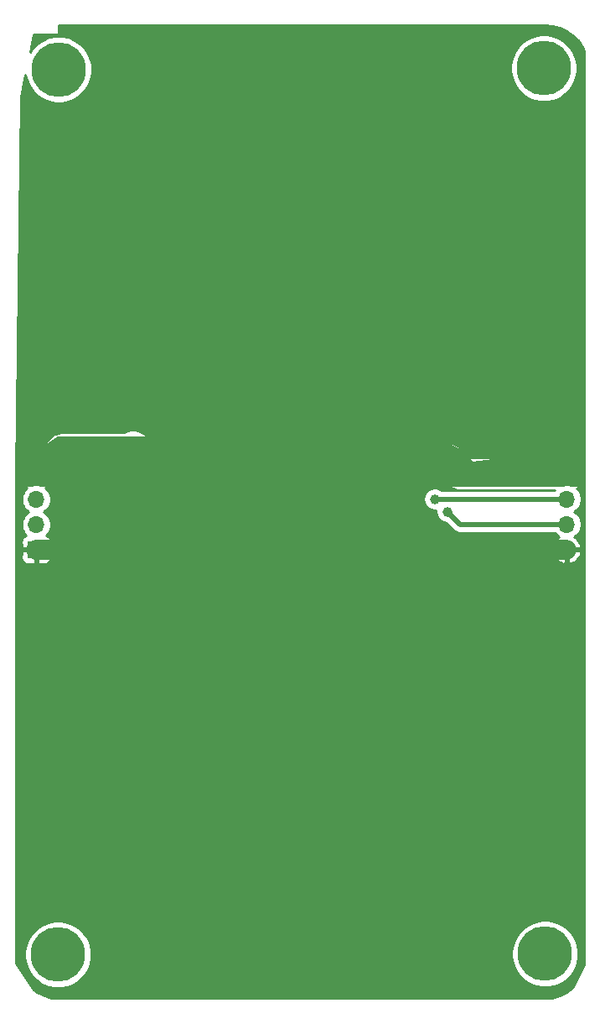
<source format=gbl>
G04 #@! TF.GenerationSoftware,KiCad,Pcbnew,5.1.5-1.fc31*
G04 #@! TF.CreationDate,2020-02-18T03:07:30-08:00*
G04 #@! TF.ProjectId,apa102_7seg_digit,61706131-3032-45f3-9773-65675f646967,rev?*
G04 #@! TF.SameCoordinates,Original*
G04 #@! TF.FileFunction,Copper,L2,Bot*
G04 #@! TF.FilePolarity,Positive*
%FSLAX46Y46*%
G04 Gerber Fmt 4.6, Leading zero omitted, Abs format (unit mm)*
G04 Created by KiCad (PCBNEW 5.1.5-1.fc31) date 2020-02-18 03:07:30*
%MOMM*%
%LPD*%
G04 APERTURE LIST*
%ADD10C,5.500000*%
%ADD11O,1.700000X1.700000*%
%ADD12R,1.700000X1.700000*%
%ADD13C,2.500000*%
%ADD14C,1.000000*%
%ADD15C,2.000000*%
%ADD16C,0.750000*%
%ADD17C,0.500000*%
%ADD18C,0.254000*%
G04 APERTURE END LIST*
D10*
X169908037Y-141127852D03*
X120699951Y-141182669D03*
X120759647Y-51930503D03*
X169780779Y-51791620D03*
D11*
X118482760Y-92731490D03*
X118482760Y-95271490D03*
X118482760Y-97811490D03*
D12*
X118482760Y-100351490D03*
X172092220Y-92708431D03*
D11*
X172092220Y-95248431D03*
X172092220Y-97788431D03*
X172092220Y-100328431D03*
D13*
X128270000Y-110490000D03*
X128270000Y-119380000D03*
X129540000Y-128270000D03*
X138430000Y-133350000D03*
X147320000Y-133350000D03*
X156365992Y-133350000D03*
X162560000Y-123190000D03*
X162560000Y-114300000D03*
X162560000Y-105410000D03*
X151130000Y-99060000D03*
X140970488Y-99650000D03*
X133458859Y-98951141D03*
X162560000Y-88900000D03*
X152400000Y-59010000D03*
X142240000Y-59010000D03*
X162560000Y-64770000D03*
X162560000Y-73660000D03*
X162560000Y-82550000D03*
X128270000Y-69850000D03*
X128270000Y-80010000D03*
X128351930Y-86790000D03*
X131592082Y-61877918D03*
X160020000Y-91440000D03*
X128270000Y-90170000D03*
D14*
X158750000Y-95250000D03*
X160020000Y-96520000D03*
D15*
X118505819Y-100328431D02*
X118482760Y-100351490D01*
X172092220Y-100328431D02*
X162561569Y-100328431D01*
X162561569Y-126998431D02*
X156210000Y-133350000D01*
X128270000Y-110490000D02*
X128270000Y-102870000D01*
X128270000Y-127000000D02*
X128270000Y-119380000D01*
X128270000Y-119380000D02*
X128270000Y-110490000D01*
X134620000Y-133350000D02*
X129540000Y-128270000D01*
X129540000Y-128270000D02*
X128270000Y-127000000D01*
X138430000Y-133350000D02*
X134620000Y-133350000D01*
X156210000Y-133350000D02*
X147320000Y-133350000D01*
X147320000Y-133350000D02*
X138430000Y-133350000D01*
X162560000Y-123190000D02*
X162561569Y-126998431D01*
X162560000Y-114300000D02*
X162560000Y-123190000D01*
X162561569Y-100328431D02*
X162560000Y-105410000D01*
X162560000Y-105410000D02*
X162560000Y-114300000D01*
D16*
X151130000Y-99060000D02*
X151130000Y-100330000D01*
D15*
X162561569Y-100328431D02*
X151130000Y-100330000D01*
D16*
X134708858Y-100241142D02*
X134620000Y-100330000D01*
X134708858Y-100201140D02*
X134708858Y-100241142D01*
D15*
X151130000Y-100330000D02*
X134620000Y-100330000D01*
D16*
X133458859Y-98951141D02*
X134708858Y-100201140D01*
D15*
X134620000Y-100330000D02*
X128270000Y-100330000D01*
X128270000Y-102870000D02*
X128270000Y-100330000D01*
X128270000Y-100330000D02*
X118505819Y-100328431D01*
X162560000Y-64770000D02*
X157480000Y-59690000D01*
X157480000Y-59690000D02*
X133350000Y-59690000D01*
X133350000Y-59690000D02*
X128270000Y-64770000D01*
X162560000Y-73660000D02*
X162560000Y-64770000D01*
X162560000Y-88900000D02*
X162560000Y-82550000D01*
X162560000Y-82550000D02*
X162560000Y-73660000D01*
X128270000Y-64770000D02*
X128270000Y-69850000D01*
X128270000Y-69850000D02*
X128270000Y-80010000D01*
X128270000Y-80010000D02*
X128270000Y-86360000D01*
X129540000Y-91440000D02*
X128270000Y-90170000D01*
X160020000Y-91440000D02*
X129540000Y-91440000D01*
X121044250Y-90170000D02*
X118482760Y-92731490D01*
X128270000Y-90170000D02*
X121044250Y-90170000D01*
X161288431Y-92708431D02*
X160020000Y-91440000D01*
X172092220Y-92708431D02*
X161288431Y-92708431D01*
D17*
X172090651Y-95250000D02*
X172092220Y-95248431D01*
X158750000Y-95250000D02*
X172090651Y-95250000D01*
X161288431Y-97788431D02*
X172092220Y-97788431D01*
X160020000Y-96520000D02*
X161288431Y-97788431D01*
D18*
G36*
X161214768Y-90274374D02*
G01*
X162470197Y-91529803D01*
X162489443Y-91545597D01*
X162511399Y-91557333D01*
X162535224Y-91564560D01*
X162560000Y-91567000D01*
X162575752Y-91566019D01*
X172727904Y-90297000D01*
X173863000Y-90297000D01*
X173863000Y-93853000D01*
X172603843Y-93853000D01*
X172525378Y-93820499D01*
X172238480Y-93763431D01*
X171945960Y-93763431D01*
X171659062Y-93820499D01*
X171580597Y-93853000D01*
X118938713Y-93853000D01*
X118915918Y-93843558D01*
X118629020Y-93786490D01*
X118336500Y-93786490D01*
X118049602Y-93843558D01*
X118026807Y-93853000D01*
X116967000Y-93853000D01*
X116967000Y-91507968D01*
X120688452Y-89027000D01*
X158720020Y-89027000D01*
X161214768Y-90274374D01*
G37*
X161214768Y-90274374D02*
X162470197Y-91529803D01*
X162489443Y-91545597D01*
X162511399Y-91557333D01*
X162535224Y-91564560D01*
X162560000Y-91567000D01*
X162575752Y-91566019D01*
X172727904Y-90297000D01*
X173863000Y-90297000D01*
X173863000Y-93853000D01*
X172603843Y-93853000D01*
X172525378Y-93820499D01*
X172238480Y-93763431D01*
X171945960Y-93763431D01*
X171659062Y-93820499D01*
X171580597Y-93853000D01*
X118938713Y-93853000D01*
X118915918Y-93843558D01*
X118629020Y-93786490D01*
X118336500Y-93786490D01*
X118049602Y-93843558D01*
X118026807Y-93853000D01*
X116967000Y-93853000D01*
X116967000Y-91507968D01*
X120688452Y-89027000D01*
X158720020Y-89027000D01*
X161214768Y-90274374D01*
G36*
X170629049Y-47512889D02*
G01*
X171367724Y-47710816D01*
X172060814Y-48034009D01*
X172687254Y-48472647D01*
X173228002Y-49013396D01*
X173666640Y-49639836D01*
X173863000Y-50060931D01*
X173863000Y-142210020D01*
X172669789Y-144596442D01*
X172060814Y-145022851D01*
X171367724Y-145346044D01*
X170629049Y-145543971D01*
X169835130Y-145613430D01*
X120829298Y-145613430D01*
X120035390Y-145543972D01*
X119296715Y-145346045D01*
X118603626Y-145022852D01*
X118366235Y-144856629D01*
X118208692Y-144699086D01*
X116528562Y-142178892D01*
X116476679Y-141985261D01*
X116407220Y-141191342D01*
X116407220Y-140849276D01*
X117314951Y-140849276D01*
X117314951Y-141516062D01*
X117445034Y-142170037D01*
X117700203Y-142786068D01*
X118070649Y-143340481D01*
X118542139Y-143811971D01*
X119096552Y-144182417D01*
X119712583Y-144437586D01*
X120366558Y-144567669D01*
X121033344Y-144567669D01*
X121687319Y-144437586D01*
X122303350Y-144182417D01*
X122857763Y-143811971D01*
X123329253Y-143340481D01*
X123699699Y-142786068D01*
X123954868Y-142170037D01*
X124084951Y-141516062D01*
X124084951Y-140849276D01*
X124074048Y-140794459D01*
X166523037Y-140794459D01*
X166523037Y-141461245D01*
X166653120Y-142115220D01*
X166908289Y-142731251D01*
X167278735Y-143285664D01*
X167750225Y-143757154D01*
X168304638Y-144127600D01*
X168920669Y-144382769D01*
X169574644Y-144512852D01*
X170241430Y-144512852D01*
X170895405Y-144382769D01*
X171511436Y-144127600D01*
X172065849Y-143757154D01*
X172537339Y-143285664D01*
X172907785Y-142731251D01*
X173162954Y-142115220D01*
X173293037Y-141461245D01*
X173293037Y-140794459D01*
X173162954Y-140140484D01*
X172907785Y-139524453D01*
X172537339Y-138970040D01*
X172065849Y-138498550D01*
X171511436Y-138128104D01*
X170895405Y-137872935D01*
X170241430Y-137742852D01*
X169574644Y-137742852D01*
X168920669Y-137872935D01*
X168304638Y-138128104D01*
X167750225Y-138498550D01*
X167278735Y-138970040D01*
X166908289Y-139524453D01*
X166653120Y-140140484D01*
X166523037Y-140794459D01*
X124074048Y-140794459D01*
X123954868Y-140195301D01*
X123699699Y-139579270D01*
X123329253Y-139024857D01*
X122857763Y-138553367D01*
X122303350Y-138182921D01*
X121687319Y-137927752D01*
X121033344Y-137797669D01*
X120366558Y-137797669D01*
X119712583Y-137927752D01*
X119096552Y-138182921D01*
X118542139Y-138553367D01*
X118070649Y-139024857D01*
X117700203Y-139579270D01*
X117445034Y-140195301D01*
X117314951Y-140849276D01*
X116407220Y-140849276D01*
X116407220Y-101201490D01*
X116994688Y-101201490D01*
X117006948Y-101325972D01*
X117043258Y-101445670D01*
X117102223Y-101555984D01*
X117181575Y-101652675D01*
X117278266Y-101732027D01*
X117388580Y-101790992D01*
X117508278Y-101827302D01*
X117632760Y-101839562D01*
X118197010Y-101836490D01*
X118355760Y-101677740D01*
X118355760Y-100478490D01*
X118609760Y-100478490D01*
X118609760Y-101677740D01*
X118768510Y-101836490D01*
X119332760Y-101839562D01*
X119457242Y-101827302D01*
X119576940Y-101790992D01*
X119687254Y-101732027D01*
X119783945Y-101652675D01*
X119863297Y-101555984D01*
X119922262Y-101445670D01*
X119958572Y-101325972D01*
X119970832Y-101201490D01*
X119968022Y-100685321D01*
X170650744Y-100685321D01*
X170695395Y-100832530D01*
X170820579Y-101095351D01*
X170994632Y-101328700D01*
X171210865Y-101523609D01*
X171460968Y-101672588D01*
X171735329Y-101769912D01*
X171965220Y-101649245D01*
X171965220Y-100455431D01*
X172219220Y-100455431D01*
X172219220Y-101649245D01*
X172449111Y-101769912D01*
X172723472Y-101672588D01*
X172973575Y-101523609D01*
X173189808Y-101328700D01*
X173363861Y-101095351D01*
X173489045Y-100832530D01*
X173533696Y-100685321D01*
X173412375Y-100455431D01*
X172219220Y-100455431D01*
X171965220Y-100455431D01*
X170772065Y-100455431D01*
X170650744Y-100685321D01*
X119968022Y-100685321D01*
X119967760Y-100637240D01*
X119809010Y-100478490D01*
X118609760Y-100478490D01*
X118355760Y-100478490D01*
X117156510Y-100478490D01*
X116997760Y-100637240D01*
X116994688Y-101201490D01*
X116407220Y-101201490D01*
X116407220Y-92731490D01*
X116839849Y-92731490D01*
X116871418Y-93052006D01*
X116964908Y-93360204D01*
X117116730Y-93644242D01*
X117321047Y-93893203D01*
X117568569Y-94096339D01*
X117536128Y-94118015D01*
X117329285Y-94324858D01*
X117166770Y-94568079D01*
X117054828Y-94838332D01*
X116997760Y-95125230D01*
X116997760Y-95417750D01*
X117054828Y-95704648D01*
X117166770Y-95974901D01*
X117329285Y-96218122D01*
X117536128Y-96424965D01*
X117710520Y-96541490D01*
X117536128Y-96658015D01*
X117329285Y-96864858D01*
X117166770Y-97108079D01*
X117054828Y-97378332D01*
X116997760Y-97665230D01*
X116997760Y-97957750D01*
X117054828Y-98244648D01*
X117166770Y-98514901D01*
X117329285Y-98758122D01*
X117461140Y-98889977D01*
X117388580Y-98911988D01*
X117278266Y-98970953D01*
X117181575Y-99050305D01*
X117102223Y-99146996D01*
X117043258Y-99257310D01*
X117006948Y-99377008D01*
X116994688Y-99501490D01*
X116997760Y-100065740D01*
X117156510Y-100224490D01*
X118355760Y-100224490D01*
X118355760Y-100204490D01*
X118609760Y-100204490D01*
X118609760Y-100224490D01*
X119809010Y-100224490D01*
X119967760Y-100065740D01*
X119970832Y-99501490D01*
X119958572Y-99377008D01*
X119922262Y-99257310D01*
X119863297Y-99146996D01*
X119783945Y-99050305D01*
X119687254Y-98970953D01*
X119576940Y-98911988D01*
X119504380Y-98889977D01*
X119636235Y-98758122D01*
X119798750Y-98514901D01*
X119910692Y-98244648D01*
X119967760Y-97957750D01*
X119967760Y-97665230D01*
X119910692Y-97378332D01*
X119798750Y-97108079D01*
X119636235Y-96864858D01*
X119429392Y-96658015D01*
X119255000Y-96541490D01*
X119429392Y-96424965D01*
X119636235Y-96218122D01*
X119798750Y-95974901D01*
X119910692Y-95704648D01*
X119967760Y-95417750D01*
X119967760Y-95125230D01*
X119910692Y-94838332D01*
X119798750Y-94568079D01*
X119636235Y-94324858D01*
X119429392Y-94118015D01*
X119396951Y-94096339D01*
X119582083Y-93944405D01*
X121721489Y-91805000D01*
X127324039Y-91805000D01*
X127377118Y-91840466D01*
X127720166Y-91982561D01*
X127782776Y-91995015D01*
X128327079Y-92539318D01*
X128378286Y-92601714D01*
X128627248Y-92806031D01*
X128911285Y-92957852D01*
X129219484Y-93051343D01*
X129459678Y-93075000D01*
X129459680Y-93075000D01*
X129539999Y-93082911D01*
X129620319Y-93075000D01*
X159074039Y-93075000D01*
X159127118Y-93110466D01*
X159470166Y-93252561D01*
X159532776Y-93265015D01*
X160075510Y-93807749D01*
X160126717Y-93870145D01*
X160375679Y-94074462D01*
X160659716Y-94226283D01*
X160967915Y-94319774D01*
X161208109Y-94343431D01*
X161208111Y-94343431D01*
X161288430Y-94351342D01*
X161368750Y-94343431D01*
X170910927Y-94343431D01*
X170896515Y-94365000D01*
X159468450Y-94365000D01*
X159287624Y-94244176D01*
X159081067Y-94158617D01*
X158861788Y-94115000D01*
X158638212Y-94115000D01*
X158418933Y-94158617D01*
X158212376Y-94244176D01*
X158026480Y-94368388D01*
X157868388Y-94526480D01*
X157744176Y-94712376D01*
X157658617Y-94918933D01*
X157615000Y-95138212D01*
X157615000Y-95361788D01*
X157658617Y-95581067D01*
X157744176Y-95787624D01*
X157868388Y-95973520D01*
X158026480Y-96131612D01*
X158212376Y-96255824D01*
X158418933Y-96341383D01*
X158638212Y-96385000D01*
X158861788Y-96385000D01*
X158890764Y-96379236D01*
X158885000Y-96408212D01*
X158885000Y-96631788D01*
X158928617Y-96851067D01*
X159014176Y-97057624D01*
X159138388Y-97243520D01*
X159296480Y-97401612D01*
X159482376Y-97525824D01*
X159688933Y-97611383D01*
X159902232Y-97653811D01*
X160631901Y-98383480D01*
X160659614Y-98417248D01*
X160693382Y-98444961D01*
X160693384Y-98444963D01*
X160750506Y-98491842D01*
X160794372Y-98527842D01*
X160948118Y-98610020D01*
X161114941Y-98660626D01*
X161244954Y-98673431D01*
X161244964Y-98673431D01*
X161288430Y-98677712D01*
X161331896Y-98673431D01*
X170897564Y-98673431D01*
X170938745Y-98735063D01*
X171145588Y-98941906D01*
X171327754Y-99063626D01*
X171210865Y-99133253D01*
X170994632Y-99328162D01*
X170820579Y-99561511D01*
X170695395Y-99824332D01*
X170650744Y-99971541D01*
X170772065Y-100201431D01*
X171965220Y-100201431D01*
X171965220Y-100181431D01*
X172219220Y-100181431D01*
X172219220Y-100201431D01*
X173412375Y-100201431D01*
X173533696Y-99971541D01*
X173489045Y-99824332D01*
X173363861Y-99561511D01*
X173189808Y-99328162D01*
X172973575Y-99133253D01*
X172856686Y-99063626D01*
X173038852Y-98941906D01*
X173245695Y-98735063D01*
X173408210Y-98491842D01*
X173520152Y-98221589D01*
X173577220Y-97934691D01*
X173577220Y-97642171D01*
X173520152Y-97355273D01*
X173408210Y-97085020D01*
X173245695Y-96841799D01*
X173038852Y-96634956D01*
X172864460Y-96518431D01*
X173038852Y-96401906D01*
X173245695Y-96195063D01*
X173408210Y-95951842D01*
X173520152Y-95681589D01*
X173577220Y-95394691D01*
X173577220Y-95102171D01*
X173520152Y-94815273D01*
X173408210Y-94545020D01*
X173245695Y-94301799D01*
X173113840Y-94169944D01*
X173186400Y-94147933D01*
X173296714Y-94088968D01*
X173393405Y-94009616D01*
X173472757Y-93912925D01*
X173531722Y-93802611D01*
X173568032Y-93682913D01*
X173580292Y-93558431D01*
X173580292Y-93392860D01*
X173610072Y-93337146D01*
X173703563Y-93028947D01*
X173735131Y-92708431D01*
X173703563Y-92387915D01*
X173610072Y-92079716D01*
X173580292Y-92024002D01*
X173580292Y-91858431D01*
X173568032Y-91733949D01*
X173531722Y-91614251D01*
X173472757Y-91503937D01*
X173393405Y-91407246D01*
X173296714Y-91327894D01*
X173186400Y-91268929D01*
X173066702Y-91232619D01*
X172942220Y-91220359D01*
X172776649Y-91220359D01*
X172720935Y-91190579D01*
X172412736Y-91097088D01*
X172172542Y-91073431D01*
X161965670Y-91073431D01*
X161845015Y-90952776D01*
X161832561Y-90890166D01*
X161690466Y-90547118D01*
X161484175Y-90238382D01*
X161221618Y-89975825D01*
X160912882Y-89769534D01*
X160569834Y-89627439D01*
X160205656Y-89555000D01*
X159834344Y-89555000D01*
X159470166Y-89627439D01*
X159127118Y-89769534D01*
X159074039Y-89805000D01*
X130217239Y-89805000D01*
X130095015Y-89682776D01*
X130082561Y-89620166D01*
X129940466Y-89277118D01*
X129734175Y-88968382D01*
X129471618Y-88705825D01*
X129162882Y-88499534D01*
X128819834Y-88357439D01*
X128455656Y-88285000D01*
X128084344Y-88285000D01*
X127720166Y-88357439D01*
X127377118Y-88499534D01*
X127324039Y-88535000D01*
X121124569Y-88535000D01*
X121044250Y-88527089D01*
X120963930Y-88535000D01*
X120963928Y-88535000D01*
X120723734Y-88558657D01*
X120415535Y-88652148D01*
X120131498Y-88803969D01*
X119882536Y-89008286D01*
X119831330Y-89070681D01*
X117269845Y-91632167D01*
X117116730Y-91818738D01*
X116964908Y-92102776D01*
X116871418Y-92410974D01*
X116839849Y-92731490D01*
X116407220Y-92731490D01*
X116407220Y-92675947D01*
X116966815Y-54623503D01*
X117406604Y-52424556D01*
X117504730Y-52917871D01*
X117759899Y-53533902D01*
X118130345Y-54088315D01*
X118601835Y-54559805D01*
X119156248Y-54930251D01*
X119772279Y-55185420D01*
X120426254Y-55315503D01*
X121093040Y-55315503D01*
X121747015Y-55185420D01*
X122363046Y-54930251D01*
X122917459Y-54559805D01*
X123388949Y-54088315D01*
X123759395Y-53533902D01*
X124014564Y-52917871D01*
X124144647Y-52263896D01*
X124144647Y-51597110D01*
X124117022Y-51458227D01*
X166395779Y-51458227D01*
X166395779Y-52125013D01*
X166525862Y-52778988D01*
X166781031Y-53395019D01*
X167151477Y-53949432D01*
X167622967Y-54420922D01*
X168177380Y-54791368D01*
X168793411Y-55046537D01*
X169447386Y-55176620D01*
X170114172Y-55176620D01*
X170768147Y-55046537D01*
X171384178Y-54791368D01*
X171938591Y-54420922D01*
X172410081Y-53949432D01*
X172780527Y-53395019D01*
X173035696Y-52778988D01*
X173165779Y-52125013D01*
X173165779Y-51458227D01*
X173035696Y-50804252D01*
X172780527Y-50188221D01*
X172410081Y-49633808D01*
X171938591Y-49162318D01*
X171384178Y-48791872D01*
X170768147Y-48536703D01*
X170114172Y-48406620D01*
X169447386Y-48406620D01*
X168793411Y-48536703D01*
X168177380Y-48791872D01*
X167622967Y-49162318D01*
X167151477Y-49633808D01*
X166781031Y-50188221D01*
X166525862Y-50804252D01*
X166395779Y-51458227D01*
X124117022Y-51458227D01*
X124014564Y-50943135D01*
X123759395Y-50327104D01*
X123388949Y-49772691D01*
X122917459Y-49301201D01*
X122363046Y-48930755D01*
X121747015Y-48675586D01*
X121093040Y-48545503D01*
X120426254Y-48545503D01*
X119772279Y-48675586D01*
X119156248Y-48930755D01*
X118601835Y-49301201D01*
X118130345Y-49772691D01*
X117854372Y-50185714D01*
X118214115Y-48387000D01*
X120650000Y-48387000D01*
X120674776Y-48384560D01*
X120698601Y-48377333D01*
X120720557Y-48365597D01*
X120739803Y-48349803D01*
X120755597Y-48330557D01*
X120767333Y-48308601D01*
X120774560Y-48284776D01*
X120777000Y-48260000D01*
X120777000Y-47448007D01*
X120829309Y-47443431D01*
X169835119Y-47443429D01*
X170629049Y-47512889D01*
G37*
X170629049Y-47512889D02*
X171367724Y-47710816D01*
X172060814Y-48034009D01*
X172687254Y-48472647D01*
X173228002Y-49013396D01*
X173666640Y-49639836D01*
X173863000Y-50060931D01*
X173863000Y-142210020D01*
X172669789Y-144596442D01*
X172060814Y-145022851D01*
X171367724Y-145346044D01*
X170629049Y-145543971D01*
X169835130Y-145613430D01*
X120829298Y-145613430D01*
X120035390Y-145543972D01*
X119296715Y-145346045D01*
X118603626Y-145022852D01*
X118366235Y-144856629D01*
X118208692Y-144699086D01*
X116528562Y-142178892D01*
X116476679Y-141985261D01*
X116407220Y-141191342D01*
X116407220Y-140849276D01*
X117314951Y-140849276D01*
X117314951Y-141516062D01*
X117445034Y-142170037D01*
X117700203Y-142786068D01*
X118070649Y-143340481D01*
X118542139Y-143811971D01*
X119096552Y-144182417D01*
X119712583Y-144437586D01*
X120366558Y-144567669D01*
X121033344Y-144567669D01*
X121687319Y-144437586D01*
X122303350Y-144182417D01*
X122857763Y-143811971D01*
X123329253Y-143340481D01*
X123699699Y-142786068D01*
X123954868Y-142170037D01*
X124084951Y-141516062D01*
X124084951Y-140849276D01*
X124074048Y-140794459D01*
X166523037Y-140794459D01*
X166523037Y-141461245D01*
X166653120Y-142115220D01*
X166908289Y-142731251D01*
X167278735Y-143285664D01*
X167750225Y-143757154D01*
X168304638Y-144127600D01*
X168920669Y-144382769D01*
X169574644Y-144512852D01*
X170241430Y-144512852D01*
X170895405Y-144382769D01*
X171511436Y-144127600D01*
X172065849Y-143757154D01*
X172537339Y-143285664D01*
X172907785Y-142731251D01*
X173162954Y-142115220D01*
X173293037Y-141461245D01*
X173293037Y-140794459D01*
X173162954Y-140140484D01*
X172907785Y-139524453D01*
X172537339Y-138970040D01*
X172065849Y-138498550D01*
X171511436Y-138128104D01*
X170895405Y-137872935D01*
X170241430Y-137742852D01*
X169574644Y-137742852D01*
X168920669Y-137872935D01*
X168304638Y-138128104D01*
X167750225Y-138498550D01*
X167278735Y-138970040D01*
X166908289Y-139524453D01*
X166653120Y-140140484D01*
X166523037Y-140794459D01*
X124074048Y-140794459D01*
X123954868Y-140195301D01*
X123699699Y-139579270D01*
X123329253Y-139024857D01*
X122857763Y-138553367D01*
X122303350Y-138182921D01*
X121687319Y-137927752D01*
X121033344Y-137797669D01*
X120366558Y-137797669D01*
X119712583Y-137927752D01*
X119096552Y-138182921D01*
X118542139Y-138553367D01*
X118070649Y-139024857D01*
X117700203Y-139579270D01*
X117445034Y-140195301D01*
X117314951Y-140849276D01*
X116407220Y-140849276D01*
X116407220Y-101201490D01*
X116994688Y-101201490D01*
X117006948Y-101325972D01*
X117043258Y-101445670D01*
X117102223Y-101555984D01*
X117181575Y-101652675D01*
X117278266Y-101732027D01*
X117388580Y-101790992D01*
X117508278Y-101827302D01*
X117632760Y-101839562D01*
X118197010Y-101836490D01*
X118355760Y-101677740D01*
X118355760Y-100478490D01*
X118609760Y-100478490D01*
X118609760Y-101677740D01*
X118768510Y-101836490D01*
X119332760Y-101839562D01*
X119457242Y-101827302D01*
X119576940Y-101790992D01*
X119687254Y-101732027D01*
X119783945Y-101652675D01*
X119863297Y-101555984D01*
X119922262Y-101445670D01*
X119958572Y-101325972D01*
X119970832Y-101201490D01*
X119968022Y-100685321D01*
X170650744Y-100685321D01*
X170695395Y-100832530D01*
X170820579Y-101095351D01*
X170994632Y-101328700D01*
X171210865Y-101523609D01*
X171460968Y-101672588D01*
X171735329Y-101769912D01*
X171965220Y-101649245D01*
X171965220Y-100455431D01*
X172219220Y-100455431D01*
X172219220Y-101649245D01*
X172449111Y-101769912D01*
X172723472Y-101672588D01*
X172973575Y-101523609D01*
X173189808Y-101328700D01*
X173363861Y-101095351D01*
X173489045Y-100832530D01*
X173533696Y-100685321D01*
X173412375Y-100455431D01*
X172219220Y-100455431D01*
X171965220Y-100455431D01*
X170772065Y-100455431D01*
X170650744Y-100685321D01*
X119968022Y-100685321D01*
X119967760Y-100637240D01*
X119809010Y-100478490D01*
X118609760Y-100478490D01*
X118355760Y-100478490D01*
X117156510Y-100478490D01*
X116997760Y-100637240D01*
X116994688Y-101201490D01*
X116407220Y-101201490D01*
X116407220Y-92731490D01*
X116839849Y-92731490D01*
X116871418Y-93052006D01*
X116964908Y-93360204D01*
X117116730Y-93644242D01*
X117321047Y-93893203D01*
X117568569Y-94096339D01*
X117536128Y-94118015D01*
X117329285Y-94324858D01*
X117166770Y-94568079D01*
X117054828Y-94838332D01*
X116997760Y-95125230D01*
X116997760Y-95417750D01*
X117054828Y-95704648D01*
X117166770Y-95974901D01*
X117329285Y-96218122D01*
X117536128Y-96424965D01*
X117710520Y-96541490D01*
X117536128Y-96658015D01*
X117329285Y-96864858D01*
X117166770Y-97108079D01*
X117054828Y-97378332D01*
X116997760Y-97665230D01*
X116997760Y-97957750D01*
X117054828Y-98244648D01*
X117166770Y-98514901D01*
X117329285Y-98758122D01*
X117461140Y-98889977D01*
X117388580Y-98911988D01*
X117278266Y-98970953D01*
X117181575Y-99050305D01*
X117102223Y-99146996D01*
X117043258Y-99257310D01*
X117006948Y-99377008D01*
X116994688Y-99501490D01*
X116997760Y-100065740D01*
X117156510Y-100224490D01*
X118355760Y-100224490D01*
X118355760Y-100204490D01*
X118609760Y-100204490D01*
X118609760Y-100224490D01*
X119809010Y-100224490D01*
X119967760Y-100065740D01*
X119970832Y-99501490D01*
X119958572Y-99377008D01*
X119922262Y-99257310D01*
X119863297Y-99146996D01*
X119783945Y-99050305D01*
X119687254Y-98970953D01*
X119576940Y-98911988D01*
X119504380Y-98889977D01*
X119636235Y-98758122D01*
X119798750Y-98514901D01*
X119910692Y-98244648D01*
X119967760Y-97957750D01*
X119967760Y-97665230D01*
X119910692Y-97378332D01*
X119798750Y-97108079D01*
X119636235Y-96864858D01*
X119429392Y-96658015D01*
X119255000Y-96541490D01*
X119429392Y-96424965D01*
X119636235Y-96218122D01*
X119798750Y-95974901D01*
X119910692Y-95704648D01*
X119967760Y-95417750D01*
X119967760Y-95125230D01*
X119910692Y-94838332D01*
X119798750Y-94568079D01*
X119636235Y-94324858D01*
X119429392Y-94118015D01*
X119396951Y-94096339D01*
X119582083Y-93944405D01*
X121721489Y-91805000D01*
X127324039Y-91805000D01*
X127377118Y-91840466D01*
X127720166Y-91982561D01*
X127782776Y-91995015D01*
X128327079Y-92539318D01*
X128378286Y-92601714D01*
X128627248Y-92806031D01*
X128911285Y-92957852D01*
X129219484Y-93051343D01*
X129459678Y-93075000D01*
X129459680Y-93075000D01*
X129539999Y-93082911D01*
X129620319Y-93075000D01*
X159074039Y-93075000D01*
X159127118Y-93110466D01*
X159470166Y-93252561D01*
X159532776Y-93265015D01*
X160075510Y-93807749D01*
X160126717Y-93870145D01*
X160375679Y-94074462D01*
X160659716Y-94226283D01*
X160967915Y-94319774D01*
X161208109Y-94343431D01*
X161208111Y-94343431D01*
X161288430Y-94351342D01*
X161368750Y-94343431D01*
X170910927Y-94343431D01*
X170896515Y-94365000D01*
X159468450Y-94365000D01*
X159287624Y-94244176D01*
X159081067Y-94158617D01*
X158861788Y-94115000D01*
X158638212Y-94115000D01*
X158418933Y-94158617D01*
X158212376Y-94244176D01*
X158026480Y-94368388D01*
X157868388Y-94526480D01*
X157744176Y-94712376D01*
X157658617Y-94918933D01*
X157615000Y-95138212D01*
X157615000Y-95361788D01*
X157658617Y-95581067D01*
X157744176Y-95787624D01*
X157868388Y-95973520D01*
X158026480Y-96131612D01*
X158212376Y-96255824D01*
X158418933Y-96341383D01*
X158638212Y-96385000D01*
X158861788Y-96385000D01*
X158890764Y-96379236D01*
X158885000Y-96408212D01*
X158885000Y-96631788D01*
X158928617Y-96851067D01*
X159014176Y-97057624D01*
X159138388Y-97243520D01*
X159296480Y-97401612D01*
X159482376Y-97525824D01*
X159688933Y-97611383D01*
X159902232Y-97653811D01*
X160631901Y-98383480D01*
X160659614Y-98417248D01*
X160693382Y-98444961D01*
X160693384Y-98444963D01*
X160750506Y-98491842D01*
X160794372Y-98527842D01*
X160948118Y-98610020D01*
X161114941Y-98660626D01*
X161244954Y-98673431D01*
X161244964Y-98673431D01*
X161288430Y-98677712D01*
X161331896Y-98673431D01*
X170897564Y-98673431D01*
X170938745Y-98735063D01*
X171145588Y-98941906D01*
X171327754Y-99063626D01*
X171210865Y-99133253D01*
X170994632Y-99328162D01*
X170820579Y-99561511D01*
X170695395Y-99824332D01*
X170650744Y-99971541D01*
X170772065Y-100201431D01*
X171965220Y-100201431D01*
X171965220Y-100181431D01*
X172219220Y-100181431D01*
X172219220Y-100201431D01*
X173412375Y-100201431D01*
X173533696Y-99971541D01*
X173489045Y-99824332D01*
X173363861Y-99561511D01*
X173189808Y-99328162D01*
X172973575Y-99133253D01*
X172856686Y-99063626D01*
X173038852Y-98941906D01*
X173245695Y-98735063D01*
X173408210Y-98491842D01*
X173520152Y-98221589D01*
X173577220Y-97934691D01*
X173577220Y-97642171D01*
X173520152Y-97355273D01*
X173408210Y-97085020D01*
X173245695Y-96841799D01*
X173038852Y-96634956D01*
X172864460Y-96518431D01*
X173038852Y-96401906D01*
X173245695Y-96195063D01*
X173408210Y-95951842D01*
X173520152Y-95681589D01*
X173577220Y-95394691D01*
X173577220Y-95102171D01*
X173520152Y-94815273D01*
X173408210Y-94545020D01*
X173245695Y-94301799D01*
X173113840Y-94169944D01*
X173186400Y-94147933D01*
X173296714Y-94088968D01*
X173393405Y-94009616D01*
X173472757Y-93912925D01*
X173531722Y-93802611D01*
X173568032Y-93682913D01*
X173580292Y-93558431D01*
X173580292Y-93392860D01*
X173610072Y-93337146D01*
X173703563Y-93028947D01*
X173735131Y-92708431D01*
X173703563Y-92387915D01*
X173610072Y-92079716D01*
X173580292Y-92024002D01*
X173580292Y-91858431D01*
X173568032Y-91733949D01*
X173531722Y-91614251D01*
X173472757Y-91503937D01*
X173393405Y-91407246D01*
X173296714Y-91327894D01*
X173186400Y-91268929D01*
X173066702Y-91232619D01*
X172942220Y-91220359D01*
X172776649Y-91220359D01*
X172720935Y-91190579D01*
X172412736Y-91097088D01*
X172172542Y-91073431D01*
X161965670Y-91073431D01*
X161845015Y-90952776D01*
X161832561Y-90890166D01*
X161690466Y-90547118D01*
X161484175Y-90238382D01*
X161221618Y-89975825D01*
X160912882Y-89769534D01*
X160569834Y-89627439D01*
X160205656Y-89555000D01*
X159834344Y-89555000D01*
X159470166Y-89627439D01*
X159127118Y-89769534D01*
X159074039Y-89805000D01*
X130217239Y-89805000D01*
X130095015Y-89682776D01*
X130082561Y-89620166D01*
X129940466Y-89277118D01*
X129734175Y-88968382D01*
X129471618Y-88705825D01*
X129162882Y-88499534D01*
X128819834Y-88357439D01*
X128455656Y-88285000D01*
X128084344Y-88285000D01*
X127720166Y-88357439D01*
X127377118Y-88499534D01*
X127324039Y-88535000D01*
X121124569Y-88535000D01*
X121044250Y-88527089D01*
X120963930Y-88535000D01*
X120963928Y-88535000D01*
X120723734Y-88558657D01*
X120415535Y-88652148D01*
X120131498Y-88803969D01*
X119882536Y-89008286D01*
X119831330Y-89070681D01*
X117269845Y-91632167D01*
X117116730Y-91818738D01*
X116964908Y-92102776D01*
X116871418Y-92410974D01*
X116839849Y-92731490D01*
X116407220Y-92731490D01*
X116407220Y-92675947D01*
X116966815Y-54623503D01*
X117406604Y-52424556D01*
X117504730Y-52917871D01*
X117759899Y-53533902D01*
X118130345Y-54088315D01*
X118601835Y-54559805D01*
X119156248Y-54930251D01*
X119772279Y-55185420D01*
X120426254Y-55315503D01*
X121093040Y-55315503D01*
X121747015Y-55185420D01*
X122363046Y-54930251D01*
X122917459Y-54559805D01*
X123388949Y-54088315D01*
X123759395Y-53533902D01*
X124014564Y-52917871D01*
X124144647Y-52263896D01*
X124144647Y-51597110D01*
X124117022Y-51458227D01*
X166395779Y-51458227D01*
X166395779Y-52125013D01*
X166525862Y-52778988D01*
X166781031Y-53395019D01*
X167151477Y-53949432D01*
X167622967Y-54420922D01*
X168177380Y-54791368D01*
X168793411Y-55046537D01*
X169447386Y-55176620D01*
X170114172Y-55176620D01*
X170768147Y-55046537D01*
X171384178Y-54791368D01*
X171938591Y-54420922D01*
X172410081Y-53949432D01*
X172780527Y-53395019D01*
X173035696Y-52778988D01*
X173165779Y-52125013D01*
X173165779Y-51458227D01*
X173035696Y-50804252D01*
X172780527Y-50188221D01*
X172410081Y-49633808D01*
X171938591Y-49162318D01*
X171384178Y-48791872D01*
X170768147Y-48536703D01*
X170114172Y-48406620D01*
X169447386Y-48406620D01*
X168793411Y-48536703D01*
X168177380Y-48791872D01*
X167622967Y-49162318D01*
X167151477Y-49633808D01*
X166781031Y-50188221D01*
X166525862Y-50804252D01*
X166395779Y-51458227D01*
X124117022Y-51458227D01*
X124014564Y-50943135D01*
X123759395Y-50327104D01*
X123388949Y-49772691D01*
X122917459Y-49301201D01*
X122363046Y-48930755D01*
X121747015Y-48675586D01*
X121093040Y-48545503D01*
X120426254Y-48545503D01*
X119772279Y-48675586D01*
X119156248Y-48930755D01*
X118601835Y-49301201D01*
X118130345Y-49772691D01*
X117854372Y-50185714D01*
X118214115Y-48387000D01*
X120650000Y-48387000D01*
X120674776Y-48384560D01*
X120698601Y-48377333D01*
X120720557Y-48365597D01*
X120739803Y-48349803D01*
X120755597Y-48330557D01*
X120767333Y-48308601D01*
X120774560Y-48284776D01*
X120777000Y-48260000D01*
X120777000Y-47448007D01*
X120829309Y-47443431D01*
X169835119Y-47443429D01*
X170629049Y-47512889D01*
M02*

</source>
